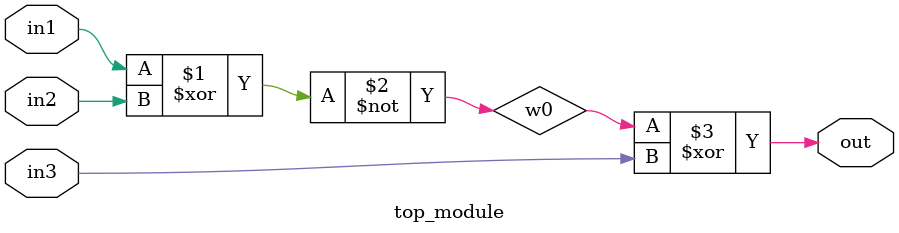
<source format=v>
module top_module (
    input in1,
    input in2,
    input in3,
    output out);
    wire w0;
    xnor(w0,in1,in2);
    xor(out,w0,in3);

endmodule

</source>
